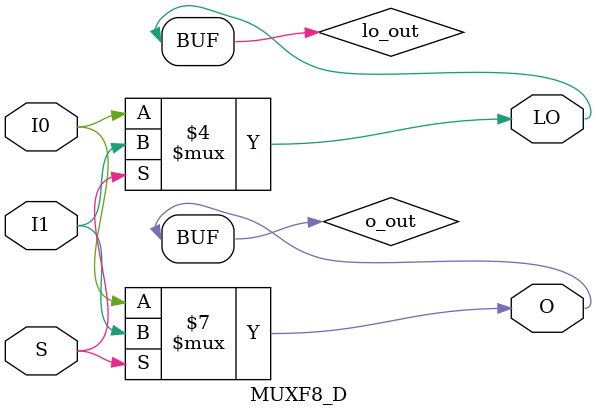
<source format=v>

/*

FUNCTION	: 2 to 1 Multiplexer for Carry Logic

*/

`timescale  100 ps / 10 ps


module MUXF8_D (LO, O, I0, I1, S);

    output LO, O;
    reg    o_out, lo_out;

    input  I0, I1, S;

    buf B1 (O, o_out);
    buf B2 (LO, lo_out);

	always @(I0 or I1 or S) begin
	    if (S)
		o_out <= I1;
	    else
		o_out <= I0;
	end

	always @(I0 or I1 or S) begin
	    if (S)
		lo_out <= I1;
	    else
		lo_out <= I0;
	end

    specify
	(I0 => O) = (0, 0);
	(I1 => O) = (0, 0);
	(S  => O) = (0, 0);
	(I0 => LO) = (0, 0);
	(I1 => LO) = (0, 0);
	(S  => LO) = (0, 0);
    endspecify

endmodule


</source>
